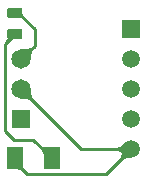
<source format=gbr>
%TF.GenerationSoftware,Altium Limited,Altium Designer,18.1.7 (191)*%
G04 Layer_Physical_Order=1*
G04 Layer_Color=255*
%FSLAX25Y25*%
%MOIN*%
%TF.FileFunction,Copper,L1,Top,Signal*%
%TF.Part,Single*%
G01*
G75*
%TA.AperFunction,SMDPad,CuDef*%
G04:AMPARAMS|DCode=10|XSize=35mil|YSize=50mil|CornerRadius=4.38mil|HoleSize=0mil|Usage=FLASHONLY|Rotation=270.000|XOffset=0mil|YOffset=0mil|HoleType=Round|Shape=RoundedRectangle|*
%AMROUNDEDRECTD10*
21,1,0.03500,0.04125,0,0,270.0*
21,1,0.02625,0.05000,0,0,270.0*
1,1,0.00875,-0.02063,-0.01313*
1,1,0.00875,-0.02063,0.01313*
1,1,0.00875,0.02063,0.01313*
1,1,0.00875,0.02063,-0.01313*
%
%ADD10ROUNDEDRECTD10*%
%TA.AperFunction,ConnectorPad*%
%ADD11R,0.05315X0.07480*%
%TA.AperFunction,Conductor*%
%ADD12C,0.01000*%
%TA.AperFunction,ComponentPad*%
%ADD13R,0.05906X0.05906*%
%ADD14C,0.05906*%
%ADD15C,0.06496*%
%ADD16R,0.06496X0.06496*%
G36*
X7331Y2462D02*
X7134Y2652D01*
X6777Y2953D01*
X6617Y3064D01*
X6470Y3149D01*
X6335Y3208D01*
X6212Y3241D01*
X6101Y3247D01*
X6002Y3227D01*
X5916Y3181D01*
X7531Y4371D01*
X7466Y4304D01*
X7432Y4220D01*
X7428Y4120D01*
X7454Y4003D01*
X7511Y3870D01*
X7598Y3720D01*
X7715Y3554D01*
X7863Y3372D01*
X8250Y2957D01*
X7331Y2462D01*
D02*
G37*
G36*
X13750Y10957D02*
X13884Y10827D01*
X14110Y10631D01*
X14202Y10565D01*
X14280Y10521D01*
X14344Y10499D01*
X14393Y10498D01*
X14429Y10519D01*
X14450Y10561D01*
X14457Y10626D01*
Y8129D01*
X14450Y8270D01*
X14429Y8412D01*
X14393Y8553D01*
X14344Y8695D01*
X14280Y8836D01*
X14202Y8977D01*
X14110Y9119D01*
X14004Y9260D01*
X13884Y9402D01*
X13750Y9543D01*
Y10957D01*
D02*
G37*
G36*
X41391Y9127D02*
X43470Y7047D01*
X43046Y7044D01*
X42285Y6993D01*
X41949Y6944D01*
X41642Y6881D01*
X41363Y6802D01*
X41115Y6708D01*
X40895Y6599D01*
X40704Y6475D01*
X40543Y6336D01*
X39836Y7043D01*
X39975Y7204D01*
X40099Y7395D01*
X40208Y7615D01*
X40302Y7863D01*
X40380Y8142D01*
X40444Y8449D01*
X40488Y8752D01*
X40242Y8936D01*
X39980Y9108D01*
X39728Y9249D01*
X39485Y9359D01*
X39253Y9437D01*
X39031Y9484D01*
X38818Y9500D01*
Y10500D01*
X39031Y10516D01*
X39253Y10563D01*
X39485Y10641D01*
X39728Y10751D01*
X39980Y10892D01*
X40242Y11064D01*
X40515Y11268D01*
X41089Y11769D01*
X41391Y12067D01*
Y9127D01*
D02*
G37*
G36*
X10294Y25999D02*
X10121Y26147D01*
X9914Y26278D01*
X9674Y26394D01*
X9399Y26493D01*
X9089Y26576D01*
X8746Y26644D01*
X8369Y26695D01*
X7512Y26749D01*
X7033Y26752D01*
X10248Y29967D01*
X10251Y29488D01*
X10305Y28631D01*
X10356Y28254D01*
X10424Y27911D01*
X10507Y27601D01*
X10606Y27326D01*
X10722Y27086D01*
X10853Y26879D01*
X11001Y26706D01*
X10294Y25999D01*
D02*
G37*
G36*
X11001Y43294D02*
X10853Y43121D01*
X10722Y42914D01*
X10606Y42674D01*
X10507Y42399D01*
X10424Y42090D01*
X10356Y41746D01*
X10305Y41369D01*
X10251Y40512D01*
X10248Y40033D01*
X7033Y43248D01*
X7512Y43251D01*
X8369Y43305D01*
X8746Y43356D01*
X9089Y43424D01*
X9399Y43507D01*
X9674Y43606D01*
X9914Y43722D01*
X10121Y43853D01*
X10294Y44001D01*
X11001Y43294D01*
D02*
G37*
G36*
X1949Y46156D02*
X2069Y46281D01*
X2265Y46515D01*
X2342Y46626D01*
X2405Y46731D01*
X2453Y46832D01*
X2487Y46928D01*
X2507Y47019D01*
X2512Y47106D01*
X2504Y47188D01*
X4668Y46766D01*
X4549Y46779D01*
X4425Y46773D01*
X4296Y46749D01*
X4162Y46705D01*
X4024Y46643D01*
X3880Y46561D01*
X3731Y46461D01*
X3577Y46342D01*
X3418Y46204D01*
X3254Y46047D01*
X1949Y46156D01*
D02*
G37*
G36*
X7746Y53047D02*
X7529Y53257D01*
X7145Y53585D01*
X6978Y53703D01*
X6829Y53791D01*
X6696Y53847D01*
X6579Y53873D01*
X6480Y53868D01*
X6398Y53832D01*
X6332Y53766D01*
X7484Y55418D01*
X7440Y55330D01*
X7422Y55230D01*
X7429Y55119D01*
X7462Y54995D01*
X7521Y54860D01*
X7606Y54712D01*
X7717Y54553D01*
X7853Y54382D01*
X8203Y54004D01*
X7746Y53047D01*
D02*
G37*
D10*
X5000Y55500D02*
D03*
Y48500D02*
D03*
D11*
X4898Y6898D02*
D03*
X17102D02*
D03*
D12*
X11500Y44500D02*
Y50000D01*
X6000Y55500D02*
X11500Y50000D01*
X5000Y55500D02*
X6000D01*
X7000Y40000D02*
X11500Y44500D01*
X27000Y10000D02*
X43500D01*
X7000Y30000D02*
X27000Y10000D01*
X8843Y1657D02*
X35157D01*
X4898Y5602D02*
X8843Y1657D01*
X4898Y5602D02*
Y6898D01*
X35157Y1657D02*
X43500Y10000D01*
X17102Y6000D02*
Y6898D01*
X11000Y13000D02*
X17102Y6898D01*
X4550Y13000D02*
X11000D01*
X1550Y16000D02*
X4550Y13000D01*
X1550Y16000D02*
Y45050D01*
X5000Y48500D01*
D13*
X43500Y50000D02*
D03*
D14*
Y40000D02*
D03*
Y30000D02*
D03*
Y20000D02*
D03*
Y10000D02*
D03*
D15*
X7000Y40000D02*
D03*
Y30000D02*
D03*
D16*
Y20000D02*
D03*
%TF.MD5,8375bb3e3ea6c92236553321d8df81c6*%
M02*

</source>
